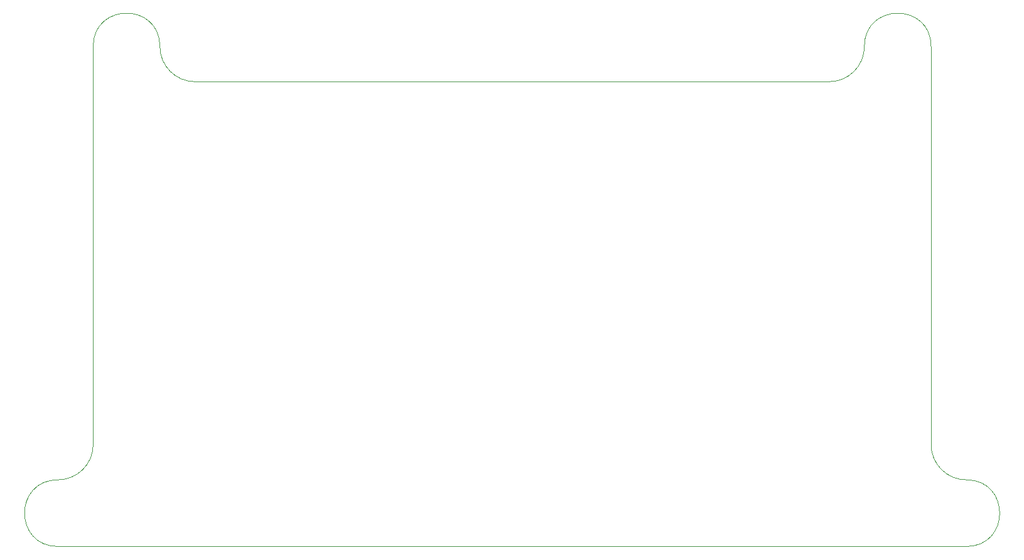
<source format=gbr>
G04 #@! TF.GenerationSoftware,KiCad,Pcbnew,(5.1.2)-2*
G04 #@! TF.CreationDate,2019-08-10T22:07:06-04:00*
G04 #@! TF.ProjectId,midi-solenoid-driver,6d696469-2d73-46f6-9c65-6e6f69642d64,rev?*
G04 #@! TF.SameCoordinates,Original*
G04 #@! TF.FileFunction,Profile,NP*
%FSLAX46Y46*%
G04 Gerber Fmt 4.6, Leading zero omitted, Abs format (unit mm)*
G04 Created by KiCad (PCBNEW (5.1.2)-2) date 2019-08-10 22:07:06*
%MOMM*%
%LPD*%
G04 APERTURE LIST*
%ADD10C,0.050000*%
G04 APERTURE END LIST*
D10*
X362098000Y-139336000D02*
G75*
G02X357348000Y-134586000I0J4750000D01*
G01*
X362098000Y-139336000D02*
G75*
G02X362098000Y-148336000I0J-4500000D01*
G01*
X239598000Y-148336000D02*
G75*
G02X239598000Y-139336000I0J4500000D01*
G01*
X244348000Y-134586000D02*
G75*
G02X239598000Y-139336000I-4750000J0D01*
G01*
X348348000Y-80836000D02*
G75*
G02X357348000Y-80836000I4500000J0D01*
G01*
X348348000Y-80836000D02*
G75*
G02X343598000Y-85586000I-4750000J0D01*
G01*
X258098000Y-85586000D02*
G75*
G02X253348000Y-80836000I0J4750000D01*
G01*
X244348000Y-80836000D02*
G75*
G02X253348000Y-80836000I4500000J0D01*
G01*
X244348000Y-80836000D02*
X244348000Y-134586000D01*
X343598000Y-85586000D02*
X258098000Y-85586000D01*
X357348000Y-134586000D02*
X357348000Y-80836000D01*
X239598000Y-148336000D02*
X362098000Y-148336000D01*
M02*

</source>
